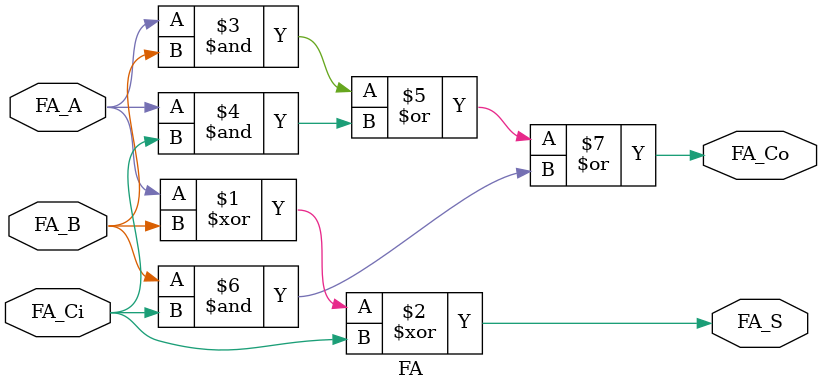
<source format=sv>
`timescale 1ns / 1ps


module FA(
    input FA_Ci,
    input FA_A,
    input FA_B,
    output FA_Co,
    output FA_S
    );

    // Code Starts Here
    assign FA_S = FA_A ^ FA_B ^ FA_Ci;
    assign FA_Co = (FA_A & FA_B) | (FA_A & FA_Ci) | (FA_B & FA_Ci);
endmodule


</source>
